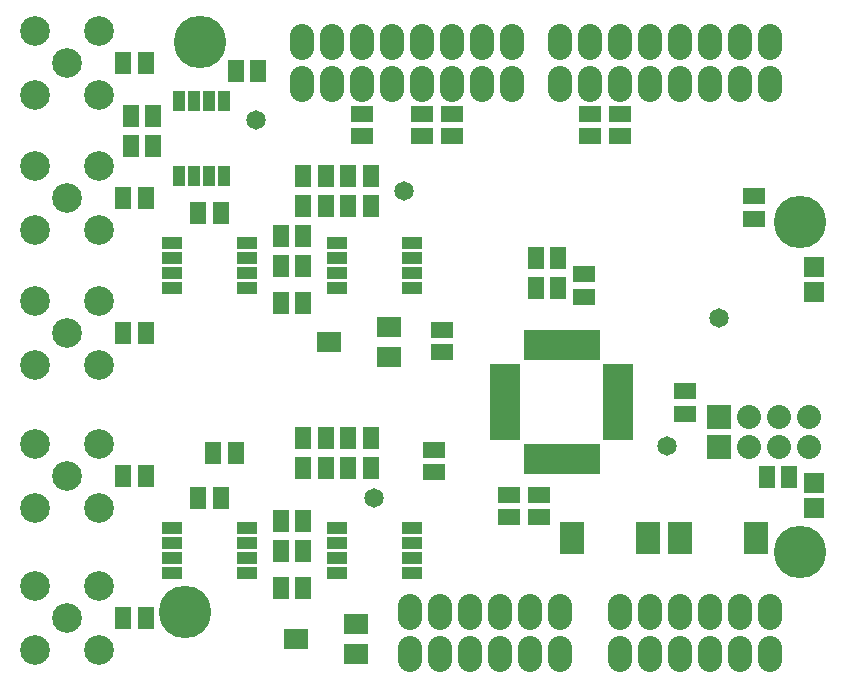
<source format=gts>
G04 (created by PCBNEW-RS274X (2012-jan-04)-stable) date Sat 28 Jul 2012 05:13:28 PM CEST*
G01*
G70*
G90*
%MOIN*%
G04 Gerber Fmt 3.4, Leading zero omitted, Abs format*
%FSLAX34Y34*%
G04 APERTURE LIST*
%ADD10C,0.006000*%
%ADD11R,0.098700X0.037700*%
%ADD12R,0.037700X0.098700*%
%ADD13R,0.065000X0.040000*%
%ADD14R,0.040000X0.065000*%
%ADD15R,0.075000X0.055000*%
%ADD16R,0.055000X0.075000*%
%ADD17R,0.080000X0.080000*%
%ADD18C,0.080000*%
%ADD19O,0.080000X0.120000*%
%ADD20C,0.175000*%
%ADD21C,0.098700*%
%ADD22R,0.083000X0.106600*%
%ADD23R,0.067200X0.067200*%
%ADD24C,0.065000*%
%ADD25R,0.080000X0.070000*%
G04 APERTURE END LIST*
G54D10*
G54D11*
X49104Y-35393D03*
X49104Y-35078D03*
X49104Y-34763D03*
X49104Y-34448D03*
X49104Y-34133D03*
X49104Y-33818D03*
X49104Y-33503D03*
X49104Y-33188D03*
X52870Y-33190D03*
X52870Y-35400D03*
X52870Y-35080D03*
X52870Y-34760D03*
X52870Y-34450D03*
X52870Y-34130D03*
X52870Y-33820D03*
X52870Y-33500D03*
G54D12*
X49888Y-32400D03*
X50202Y-32400D03*
X50518Y-32400D03*
X50832Y-32400D03*
X51148Y-32400D03*
X51462Y-32400D03*
X51778Y-32400D03*
X52092Y-32400D03*
X49890Y-36180D03*
X50200Y-36180D03*
X50520Y-36180D03*
X50830Y-36180D03*
X51140Y-36180D03*
X51460Y-36180D03*
X51780Y-36180D03*
X52100Y-36180D03*
G54D13*
X40500Y-38500D03*
X40500Y-39000D03*
X40500Y-39500D03*
X40500Y-40000D03*
X38000Y-40000D03*
X38000Y-39500D03*
X38000Y-39000D03*
X38000Y-38500D03*
X46000Y-38500D03*
X46000Y-39000D03*
X46000Y-39500D03*
X46000Y-40000D03*
X43500Y-40000D03*
X43500Y-39500D03*
X43500Y-39000D03*
X43500Y-38500D03*
X40500Y-29000D03*
X40500Y-29500D03*
X40500Y-30000D03*
X40500Y-30500D03*
X38000Y-30500D03*
X38000Y-30000D03*
X38000Y-29500D03*
X38000Y-29000D03*
G54D14*
X39750Y-26750D03*
X39250Y-26750D03*
X38750Y-26750D03*
X38250Y-26750D03*
X38250Y-24250D03*
X38750Y-24250D03*
X39250Y-24250D03*
X39750Y-24250D03*
G54D13*
X46000Y-29000D03*
X46000Y-29500D03*
X46000Y-30000D03*
X46000Y-30500D03*
X43500Y-30500D03*
X43500Y-30000D03*
X43500Y-29500D03*
X43500Y-29000D03*
G54D15*
X46750Y-35875D03*
X46750Y-36625D03*
G54D16*
X39625Y-37500D03*
X38875Y-37500D03*
X39625Y-28000D03*
X38875Y-28000D03*
X42375Y-26750D03*
X43125Y-26750D03*
X42375Y-27750D03*
X43125Y-27750D03*
X43875Y-26750D03*
X44625Y-26750D03*
X43875Y-27750D03*
X44625Y-27750D03*
X41625Y-31000D03*
X42375Y-31000D03*
X41625Y-28750D03*
X42375Y-28750D03*
X41625Y-29750D03*
X42375Y-29750D03*
X42375Y-35500D03*
X43125Y-35500D03*
X42375Y-36500D03*
X43125Y-36500D03*
X43875Y-35500D03*
X44625Y-35500D03*
X43875Y-36500D03*
X44625Y-36500D03*
X41625Y-40500D03*
X42375Y-40500D03*
X41625Y-38250D03*
X42375Y-38250D03*
X41625Y-39250D03*
X42375Y-39250D03*
G54D15*
X44350Y-24675D03*
X44350Y-25425D03*
G54D16*
X36375Y-32000D03*
X37125Y-32000D03*
X36375Y-36750D03*
X37125Y-36750D03*
X40125Y-36000D03*
X39375Y-36000D03*
X37125Y-23000D03*
X36375Y-23000D03*
X36375Y-41500D03*
X37125Y-41500D03*
G54D15*
X46350Y-24675D03*
X46350Y-25425D03*
X47350Y-24675D03*
X47350Y-25425D03*
X51950Y-24675D03*
X51950Y-25425D03*
G54D16*
X36625Y-25750D03*
X37375Y-25750D03*
X37375Y-24750D03*
X36625Y-24750D03*
X40125Y-23250D03*
X40875Y-23250D03*
G54D15*
X55100Y-34675D03*
X55100Y-33925D03*
X49250Y-37375D03*
X49250Y-38125D03*
G54D16*
X50875Y-30500D03*
X50125Y-30500D03*
X50875Y-29500D03*
X50125Y-29500D03*
G54D15*
X50250Y-37375D03*
X50250Y-38125D03*
X51750Y-30775D03*
X51750Y-30025D03*
X47000Y-31875D03*
X47000Y-32625D03*
G54D16*
X36375Y-27500D03*
X37125Y-27500D03*
G54D15*
X52950Y-24675D03*
X52950Y-25425D03*
G54D17*
X56250Y-34800D03*
G54D18*
X57250Y-34800D03*
X58250Y-34800D03*
X59250Y-34800D03*
G54D17*
X56250Y-35800D03*
G54D18*
X57250Y-35800D03*
X58250Y-35800D03*
X59250Y-35800D03*
G54D19*
X54950Y-42678D03*
X53950Y-42678D03*
X52950Y-42678D03*
X55950Y-42678D03*
X56950Y-42678D03*
X57950Y-42678D03*
X47950Y-42678D03*
X45950Y-42678D03*
X46950Y-42678D03*
X48950Y-42678D03*
X49950Y-42678D03*
X50950Y-42678D03*
X50950Y-23678D03*
X51950Y-23678D03*
X52950Y-23678D03*
X53950Y-23678D03*
X54950Y-23678D03*
X55950Y-23678D03*
X56950Y-23678D03*
X57950Y-23678D03*
X42350Y-23678D03*
X43350Y-23678D03*
X44350Y-23678D03*
X45350Y-23678D03*
X46350Y-23678D03*
X47350Y-23678D03*
X48350Y-23678D03*
X49350Y-23678D03*
X57950Y-41300D03*
X56950Y-41300D03*
X55950Y-41300D03*
X52950Y-41300D03*
X53950Y-41300D03*
X54950Y-41300D03*
X50950Y-41300D03*
X49950Y-41300D03*
X48950Y-41300D03*
X46950Y-41300D03*
X45950Y-41300D03*
X57950Y-22300D03*
X56950Y-22300D03*
X55950Y-22300D03*
X54950Y-22300D03*
X53950Y-22300D03*
X52950Y-22300D03*
X51950Y-22300D03*
X50950Y-22300D03*
X49350Y-22300D03*
X48350Y-22300D03*
X47350Y-22300D03*
X46350Y-22300D03*
X45350Y-22300D03*
X44350Y-22300D03*
X43350Y-22300D03*
X42350Y-22300D03*
X47950Y-41300D03*
G54D20*
X58950Y-39300D03*
X58950Y-28300D03*
X38950Y-22300D03*
X38450Y-41300D03*
G54D21*
X34500Y-23000D03*
X33437Y-21937D03*
X33437Y-24063D03*
X35563Y-24063D03*
X35563Y-21937D03*
X34500Y-32000D03*
X33437Y-30937D03*
X33437Y-33063D03*
X35563Y-33063D03*
X35563Y-30937D03*
X34500Y-27500D03*
X33437Y-26437D03*
X33437Y-28563D03*
X35563Y-28563D03*
X35563Y-26437D03*
X34500Y-41500D03*
X33437Y-40437D03*
X33437Y-42563D03*
X35563Y-42563D03*
X35563Y-40437D03*
X34500Y-36750D03*
X33437Y-35687D03*
X33437Y-37813D03*
X35563Y-37813D03*
X35563Y-35687D03*
G54D22*
X53860Y-38825D03*
X51340Y-38825D03*
X57460Y-38825D03*
X54940Y-38825D03*
G54D16*
X58575Y-36800D03*
X57825Y-36800D03*
G54D15*
X57400Y-28175D03*
X57400Y-27425D03*
G54D23*
X59400Y-37813D03*
X59400Y-36987D03*
X59400Y-30613D03*
X59400Y-29787D03*
G54D24*
X56250Y-31500D03*
X45750Y-27250D03*
X44750Y-37500D03*
X54500Y-35750D03*
G54D25*
X44150Y-42700D03*
X42150Y-42200D03*
X44150Y-41700D03*
X45250Y-32800D03*
X43250Y-32300D03*
X45250Y-31800D03*
G54D24*
X40800Y-24900D03*
M02*

</source>
